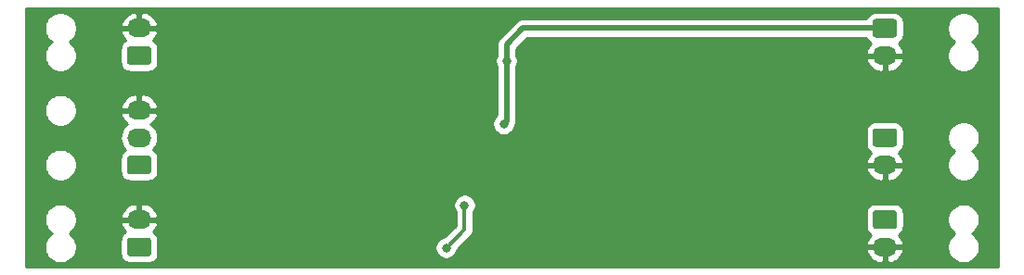
<source format=gbl>
G04 #@! TF.GenerationSoftware,KiCad,Pcbnew,(5.1.10)-1*
G04 #@! TF.CreationDate,2021-10-18T13:49:48+01:00*
G04 #@! TF.ProjectId,Battery,42617474-6572-4792-9e6b-696361645f70,1*
G04 #@! TF.SameCoordinates,Original*
G04 #@! TF.FileFunction,Copper,L2,Bot*
G04 #@! TF.FilePolarity,Positive*
%FSLAX46Y46*%
G04 Gerber Fmt 4.6, Leading zero omitted, Abs format (unit mm)*
G04 Created by KiCad (PCBNEW (5.1.10)-1) date 2021-10-18 13:49:48*
%MOMM*%
%LPD*%
G01*
G04 APERTURE LIST*
G04 #@! TA.AperFunction,ComponentPad*
%ADD10O,2.200000X1.700000*%
G04 #@! TD*
G04 #@! TA.AperFunction,ViaPad*
%ADD11C,0.800000*%
G04 #@! TD*
G04 #@! TA.AperFunction,Conductor*
%ADD12C,0.500000*%
G04 #@! TD*
G04 #@! TA.AperFunction,Conductor*
%ADD13C,0.350000*%
G04 #@! TD*
G04 #@! TA.AperFunction,Conductor*
%ADD14C,0.254000*%
G04 #@! TD*
G04 #@! TA.AperFunction,Conductor*
%ADD15C,0.100000*%
G04 #@! TD*
G04 APERTURE END LIST*
G04 #@! TA.AperFunction,ComponentPad*
G36*
G01*
X117100000Y-118400000D02*
X117100000Y-119600000D01*
G75*
G02*
X116850000Y-119850000I-250000J0D01*
G01*
X115150000Y-119850000D01*
G75*
G02*
X114900000Y-119600000I0J250000D01*
G01*
X114900000Y-118400000D01*
G75*
G02*
X115150000Y-118150000I250000J0D01*
G01*
X116850000Y-118150000D01*
G75*
G02*
X117100000Y-118400000I0J-250000D01*
G01*
G37*
G04 #@! TD.AperFunction*
D10*
X116000000Y-116500000D03*
X184000000Y-111500000D03*
G04 #@! TA.AperFunction,ComponentPad*
G36*
G01*
X182900000Y-109600000D02*
X182900000Y-108400000D01*
G75*
G02*
X183150000Y-108150000I250000J0D01*
G01*
X184850000Y-108150000D01*
G75*
G02*
X185100000Y-108400000I0J-250000D01*
G01*
X185100000Y-109600000D01*
G75*
G02*
X184850000Y-109850000I-250000J0D01*
G01*
X183150000Y-109850000D01*
G75*
G02*
X182900000Y-109600000I0J250000D01*
G01*
G37*
G04 #@! TD.AperFunction*
X184000000Y-119000000D03*
G04 #@! TA.AperFunction,ComponentPad*
G36*
G01*
X182900000Y-117100000D02*
X182900000Y-115900000D01*
G75*
G02*
X183150000Y-115650000I250000J0D01*
G01*
X184850000Y-115650000D01*
G75*
G02*
X185100000Y-115900000I0J-250000D01*
G01*
X185100000Y-117100000D01*
G75*
G02*
X184850000Y-117350000I-250000J0D01*
G01*
X183150000Y-117350000D01*
G75*
G02*
X182900000Y-117100000I0J250000D01*
G01*
G37*
G04 #@! TD.AperFunction*
G04 #@! TA.AperFunction,ComponentPad*
G36*
G01*
X117100000Y-100900000D02*
X117100000Y-102100000D01*
G75*
G02*
X116850000Y-102350000I-250000J0D01*
G01*
X115150000Y-102350000D01*
G75*
G02*
X114900000Y-102100000I0J250000D01*
G01*
X114900000Y-100900000D01*
G75*
G02*
X115150000Y-100650000I250000J0D01*
G01*
X116850000Y-100650000D01*
G75*
G02*
X117100000Y-100900000I0J-250000D01*
G01*
G37*
G04 #@! TD.AperFunction*
X116000000Y-99000000D03*
X184000000Y-101500000D03*
G04 #@! TA.AperFunction,ComponentPad*
G36*
G01*
X182900000Y-99600000D02*
X182900000Y-98400000D01*
G75*
G02*
X183150000Y-98150000I250000J0D01*
G01*
X184850000Y-98150000D01*
G75*
G02*
X185100000Y-98400000I0J-250000D01*
G01*
X185100000Y-99600000D01*
G75*
G02*
X184850000Y-99850000I-250000J0D01*
G01*
X183150000Y-99850000D01*
G75*
G02*
X182900000Y-99600000I0J250000D01*
G01*
G37*
G04 #@! TD.AperFunction*
G04 #@! TA.AperFunction,ComponentPad*
G36*
G01*
X117100000Y-110900000D02*
X117100000Y-112100000D01*
G75*
G02*
X116850000Y-112350000I-250000J0D01*
G01*
X115150000Y-112350000D01*
G75*
G02*
X114900000Y-112100000I0J250000D01*
G01*
X114900000Y-110900000D01*
G75*
G02*
X115150000Y-110650000I250000J0D01*
G01*
X116850000Y-110650000D01*
G75*
G02*
X117100000Y-110900000I0J-250000D01*
G01*
G37*
G04 #@! TD.AperFunction*
X116000000Y-109000000D03*
X116000000Y-106500000D03*
D11*
X130500000Y-109500000D03*
X131500000Y-109500000D03*
X131500000Y-105500000D03*
X130500000Y-105500000D03*
X169000000Y-110750000D03*
X169000000Y-109750000D03*
X169000000Y-108750000D03*
X169000000Y-107750000D03*
X169000000Y-106750000D03*
X169000000Y-119500000D03*
X169000000Y-118500000D03*
X169000000Y-117500000D03*
X169000000Y-116500000D03*
X169000000Y-115500000D03*
X168000000Y-119500000D03*
X168000000Y-118500000D03*
X168000000Y-117500000D03*
X168000000Y-116500000D03*
X168000000Y-115500000D03*
X168000000Y-106750000D03*
X168000000Y-107750000D03*
X168000000Y-108750000D03*
X168000000Y-110750000D03*
X159000000Y-114500000D03*
X173500000Y-119500000D03*
X124000000Y-109500000D03*
X158000000Y-114500000D03*
X160000000Y-114500000D03*
X168000000Y-109750000D03*
X133500000Y-110500000D03*
X172000000Y-101000000D03*
X157500000Y-101000000D03*
X143549990Y-117075000D03*
X130500000Y-103500000D03*
X131500000Y-103500000D03*
X146000000Y-119000000D03*
X161750000Y-118000000D03*
X135750000Y-118124990D03*
X140731250Y-118124990D03*
X138231250Y-118124990D03*
X149250000Y-107750000D03*
X149500000Y-102000000D03*
X145675010Y-115173774D03*
X144000000Y-119074990D03*
D12*
X149500000Y-100500000D02*
X151000000Y-99000000D01*
X151000000Y-99000000D02*
X178500000Y-99000000D01*
X149500000Y-107500000D02*
X149500000Y-100500000D01*
X149250000Y-107750000D02*
X149500000Y-107500000D01*
X178500000Y-99000000D02*
X184000000Y-99000000D01*
D13*
X145675010Y-117399980D02*
X144000000Y-119074990D01*
X145675010Y-115173774D02*
X145675010Y-117399980D01*
D14*
X194340001Y-120840000D02*
X105660000Y-120840000D01*
X105660000Y-116353740D01*
X107335000Y-116353740D01*
X107335000Y-116646260D01*
X107392068Y-116933158D01*
X107504010Y-117203411D01*
X107666525Y-117446632D01*
X107873368Y-117653475D01*
X108017828Y-117750000D01*
X107873368Y-117846525D01*
X107666525Y-118053368D01*
X107504010Y-118296589D01*
X107392068Y-118566842D01*
X107335000Y-118853740D01*
X107335000Y-119146260D01*
X107392068Y-119433158D01*
X107504010Y-119703411D01*
X107666525Y-119946632D01*
X107873368Y-120153475D01*
X108116589Y-120315990D01*
X108386842Y-120427932D01*
X108673740Y-120485000D01*
X108966260Y-120485000D01*
X109253158Y-120427932D01*
X109523411Y-120315990D01*
X109766632Y-120153475D01*
X109973475Y-119946632D01*
X110135990Y-119703411D01*
X110247932Y-119433158D01*
X110305000Y-119146260D01*
X110305000Y-118853740D01*
X110247932Y-118566842D01*
X110178825Y-118400000D01*
X114261928Y-118400000D01*
X114261928Y-119600000D01*
X114278992Y-119773254D01*
X114329528Y-119939850D01*
X114411595Y-120093386D01*
X114522038Y-120227962D01*
X114656614Y-120338405D01*
X114810150Y-120420472D01*
X114976746Y-120471008D01*
X115150000Y-120488072D01*
X116850000Y-120488072D01*
X117023254Y-120471008D01*
X117189850Y-120420472D01*
X117343386Y-120338405D01*
X117477962Y-120227962D01*
X117588405Y-120093386D01*
X117670472Y-119939850D01*
X117721008Y-119773254D01*
X117738072Y-119600000D01*
X117738072Y-118973051D01*
X142965000Y-118973051D01*
X142965000Y-119176929D01*
X143004774Y-119376888D01*
X143082795Y-119565246D01*
X143196063Y-119734764D01*
X143340226Y-119878927D01*
X143509744Y-119992195D01*
X143698102Y-120070216D01*
X143898061Y-120109990D01*
X144101939Y-120109990D01*
X144301898Y-120070216D01*
X144490256Y-119992195D01*
X144659774Y-119878927D01*
X144803937Y-119734764D01*
X144917205Y-119565246D01*
X144995226Y-119376888D01*
X144999203Y-119356890D01*
X182308524Y-119356890D01*
X182329643Y-119467493D01*
X182448138Y-119735608D01*
X182616663Y-119975454D01*
X182828741Y-120177814D01*
X183076223Y-120334911D01*
X183349598Y-120440708D01*
X183638360Y-120491140D01*
X183873000Y-120331496D01*
X183873000Y-119127000D01*
X184127000Y-119127000D01*
X184127000Y-120331496D01*
X184361640Y-120491140D01*
X184650402Y-120440708D01*
X184923777Y-120334911D01*
X185171259Y-120177814D01*
X185383337Y-119975454D01*
X185551862Y-119735608D01*
X185670357Y-119467493D01*
X185691476Y-119356890D01*
X185570155Y-119127000D01*
X184127000Y-119127000D01*
X183873000Y-119127000D01*
X182429845Y-119127000D01*
X182308524Y-119356890D01*
X144999203Y-119356890D01*
X145032871Y-119187631D01*
X146219628Y-118000875D01*
X146250538Y-117975508D01*
X146299224Y-117916184D01*
X146351759Y-117852170D01*
X146394590Y-117772038D01*
X146426973Y-117711453D01*
X146473290Y-117558768D01*
X146485010Y-117439771D01*
X146485010Y-117439768D01*
X146488929Y-117399980D01*
X146485010Y-117360192D01*
X146485010Y-115900000D01*
X182261928Y-115900000D01*
X182261928Y-117100000D01*
X182278992Y-117273254D01*
X182329528Y-117439850D01*
X182411595Y-117593386D01*
X182522038Y-117727962D01*
X182656614Y-117838405D01*
X182756044Y-117891552D01*
X182616663Y-118024546D01*
X182448138Y-118264392D01*
X182329643Y-118532507D01*
X182308524Y-118643110D01*
X182429845Y-118873000D01*
X183873000Y-118873000D01*
X183873000Y-118853000D01*
X184127000Y-118853000D01*
X184127000Y-118873000D01*
X185570155Y-118873000D01*
X185691476Y-118643110D01*
X185670357Y-118532507D01*
X185551862Y-118264392D01*
X185383337Y-118024546D01*
X185243956Y-117891552D01*
X185343386Y-117838405D01*
X185477962Y-117727962D01*
X185588405Y-117593386D01*
X185670472Y-117439850D01*
X185721008Y-117273254D01*
X185738072Y-117100000D01*
X185738072Y-116353740D01*
X189695000Y-116353740D01*
X189695000Y-116646260D01*
X189752068Y-116933158D01*
X189864010Y-117203411D01*
X190026525Y-117446632D01*
X190233368Y-117653475D01*
X190377828Y-117750000D01*
X190233368Y-117846525D01*
X190026525Y-118053368D01*
X189864010Y-118296589D01*
X189752068Y-118566842D01*
X189695000Y-118853740D01*
X189695000Y-119146260D01*
X189752068Y-119433158D01*
X189864010Y-119703411D01*
X190026525Y-119946632D01*
X190233368Y-120153475D01*
X190476589Y-120315990D01*
X190746842Y-120427932D01*
X191033740Y-120485000D01*
X191326260Y-120485000D01*
X191613158Y-120427932D01*
X191883411Y-120315990D01*
X192126632Y-120153475D01*
X192333475Y-119946632D01*
X192495990Y-119703411D01*
X192607932Y-119433158D01*
X192665000Y-119146260D01*
X192665000Y-118853740D01*
X192607932Y-118566842D01*
X192495990Y-118296589D01*
X192333475Y-118053368D01*
X192126632Y-117846525D01*
X191982172Y-117750000D01*
X192126632Y-117653475D01*
X192333475Y-117446632D01*
X192495990Y-117203411D01*
X192607932Y-116933158D01*
X192665000Y-116646260D01*
X192665000Y-116353740D01*
X192607932Y-116066842D01*
X192495990Y-115796589D01*
X192333475Y-115553368D01*
X192126632Y-115346525D01*
X191883411Y-115184010D01*
X191613158Y-115072068D01*
X191326260Y-115015000D01*
X191033740Y-115015000D01*
X190746842Y-115072068D01*
X190476589Y-115184010D01*
X190233368Y-115346525D01*
X190026525Y-115553368D01*
X189864010Y-115796589D01*
X189752068Y-116066842D01*
X189695000Y-116353740D01*
X185738072Y-116353740D01*
X185738072Y-115900000D01*
X185721008Y-115726746D01*
X185670472Y-115560150D01*
X185588405Y-115406614D01*
X185477962Y-115272038D01*
X185343386Y-115161595D01*
X185189850Y-115079528D01*
X185023254Y-115028992D01*
X184850000Y-115011928D01*
X183150000Y-115011928D01*
X182976746Y-115028992D01*
X182810150Y-115079528D01*
X182656614Y-115161595D01*
X182522038Y-115272038D01*
X182411595Y-115406614D01*
X182329528Y-115560150D01*
X182278992Y-115726746D01*
X182261928Y-115900000D01*
X146485010Y-115900000D01*
X146485010Y-115824474D01*
X146592215Y-115664030D01*
X146670236Y-115475672D01*
X146710010Y-115275713D01*
X146710010Y-115071835D01*
X146670236Y-114871876D01*
X146592215Y-114683518D01*
X146478947Y-114514000D01*
X146334784Y-114369837D01*
X146165266Y-114256569D01*
X145976908Y-114178548D01*
X145776949Y-114138774D01*
X145573071Y-114138774D01*
X145373112Y-114178548D01*
X145184754Y-114256569D01*
X145015236Y-114369837D01*
X144871073Y-114514000D01*
X144757805Y-114683518D01*
X144679784Y-114871876D01*
X144640010Y-115071835D01*
X144640010Y-115275713D01*
X144679784Y-115475672D01*
X144757805Y-115664030D01*
X144865010Y-115824475D01*
X144865011Y-117064466D01*
X143887359Y-118042119D01*
X143698102Y-118079764D01*
X143509744Y-118157785D01*
X143340226Y-118271053D01*
X143196063Y-118415216D01*
X143082795Y-118584734D01*
X143004774Y-118773092D01*
X142965000Y-118973051D01*
X117738072Y-118973051D01*
X117738072Y-118400000D01*
X117721008Y-118226746D01*
X117670472Y-118060150D01*
X117588405Y-117906614D01*
X117477962Y-117772038D01*
X117343386Y-117661595D01*
X117243956Y-117608448D01*
X117383337Y-117475454D01*
X117551862Y-117235608D01*
X117670357Y-116967493D01*
X117691476Y-116856890D01*
X117570155Y-116627000D01*
X116127000Y-116627000D01*
X116127000Y-116647000D01*
X115873000Y-116647000D01*
X115873000Y-116627000D01*
X114429845Y-116627000D01*
X114308524Y-116856890D01*
X114329643Y-116967493D01*
X114448138Y-117235608D01*
X114616663Y-117475454D01*
X114756044Y-117608448D01*
X114656614Y-117661595D01*
X114522038Y-117772038D01*
X114411595Y-117906614D01*
X114329528Y-118060150D01*
X114278992Y-118226746D01*
X114261928Y-118400000D01*
X110178825Y-118400000D01*
X110135990Y-118296589D01*
X109973475Y-118053368D01*
X109766632Y-117846525D01*
X109622172Y-117750000D01*
X109766632Y-117653475D01*
X109973475Y-117446632D01*
X110135990Y-117203411D01*
X110247932Y-116933158D01*
X110305000Y-116646260D01*
X110305000Y-116353740D01*
X110263103Y-116143110D01*
X114308524Y-116143110D01*
X114429845Y-116373000D01*
X115873000Y-116373000D01*
X115873000Y-115168504D01*
X116127000Y-115168504D01*
X116127000Y-116373000D01*
X117570155Y-116373000D01*
X117691476Y-116143110D01*
X117670357Y-116032507D01*
X117551862Y-115764392D01*
X117383337Y-115524546D01*
X117171259Y-115322186D01*
X116923777Y-115165089D01*
X116650402Y-115059292D01*
X116361640Y-115008860D01*
X116127000Y-115168504D01*
X115873000Y-115168504D01*
X115638360Y-115008860D01*
X115349598Y-115059292D01*
X115076223Y-115165089D01*
X114828741Y-115322186D01*
X114616663Y-115524546D01*
X114448138Y-115764392D01*
X114329643Y-116032507D01*
X114308524Y-116143110D01*
X110263103Y-116143110D01*
X110247932Y-116066842D01*
X110135990Y-115796589D01*
X109973475Y-115553368D01*
X109766632Y-115346525D01*
X109523411Y-115184010D01*
X109253158Y-115072068D01*
X108966260Y-115015000D01*
X108673740Y-115015000D01*
X108386842Y-115072068D01*
X108116589Y-115184010D01*
X107873368Y-115346525D01*
X107666525Y-115553368D01*
X107504010Y-115796589D01*
X107392068Y-116066842D01*
X107335000Y-116353740D01*
X105660000Y-116353740D01*
X105660000Y-111353740D01*
X107335000Y-111353740D01*
X107335000Y-111646260D01*
X107392068Y-111933158D01*
X107504010Y-112203411D01*
X107666525Y-112446632D01*
X107873368Y-112653475D01*
X108116589Y-112815990D01*
X108386842Y-112927932D01*
X108673740Y-112985000D01*
X108966260Y-112985000D01*
X109253158Y-112927932D01*
X109523411Y-112815990D01*
X109766632Y-112653475D01*
X109973475Y-112446632D01*
X110135990Y-112203411D01*
X110247932Y-111933158D01*
X110305000Y-111646260D01*
X110305000Y-111353740D01*
X110247932Y-111066842D01*
X110135990Y-110796589D01*
X109973475Y-110553368D01*
X109766632Y-110346525D01*
X109523411Y-110184010D01*
X109253158Y-110072068D01*
X108966260Y-110015000D01*
X108673740Y-110015000D01*
X108386842Y-110072068D01*
X108116589Y-110184010D01*
X107873368Y-110346525D01*
X107666525Y-110553368D01*
X107504010Y-110796589D01*
X107392068Y-111066842D01*
X107335000Y-111353740D01*
X105660000Y-111353740D01*
X105660000Y-109000000D01*
X114257815Y-109000000D01*
X114286487Y-109291111D01*
X114371401Y-109571034D01*
X114509294Y-109829014D01*
X114694866Y-110055134D01*
X114758337Y-110107223D01*
X114656614Y-110161595D01*
X114522038Y-110272038D01*
X114411595Y-110406614D01*
X114329528Y-110560150D01*
X114278992Y-110726746D01*
X114261928Y-110900000D01*
X114261928Y-112100000D01*
X114278992Y-112273254D01*
X114329528Y-112439850D01*
X114411595Y-112593386D01*
X114522038Y-112727962D01*
X114656614Y-112838405D01*
X114810150Y-112920472D01*
X114976746Y-112971008D01*
X115150000Y-112988072D01*
X116850000Y-112988072D01*
X117023254Y-112971008D01*
X117189850Y-112920472D01*
X117343386Y-112838405D01*
X117477962Y-112727962D01*
X117588405Y-112593386D01*
X117670472Y-112439850D01*
X117721008Y-112273254D01*
X117738072Y-112100000D01*
X117738072Y-111856890D01*
X182308524Y-111856890D01*
X182329643Y-111967493D01*
X182448138Y-112235608D01*
X182616663Y-112475454D01*
X182828741Y-112677814D01*
X183076223Y-112834911D01*
X183349598Y-112940708D01*
X183638360Y-112991140D01*
X183873000Y-112831496D01*
X183873000Y-111627000D01*
X184127000Y-111627000D01*
X184127000Y-112831496D01*
X184361640Y-112991140D01*
X184650402Y-112940708D01*
X184923777Y-112834911D01*
X185171259Y-112677814D01*
X185383337Y-112475454D01*
X185551862Y-112235608D01*
X185670357Y-111967493D01*
X185691476Y-111856890D01*
X185570155Y-111627000D01*
X184127000Y-111627000D01*
X183873000Y-111627000D01*
X182429845Y-111627000D01*
X182308524Y-111856890D01*
X117738072Y-111856890D01*
X117738072Y-110900000D01*
X117721008Y-110726746D01*
X117670472Y-110560150D01*
X117588405Y-110406614D01*
X117477962Y-110272038D01*
X117343386Y-110161595D01*
X117241663Y-110107223D01*
X117305134Y-110055134D01*
X117490706Y-109829014D01*
X117628599Y-109571034D01*
X117713513Y-109291111D01*
X117742185Y-109000000D01*
X117713513Y-108708889D01*
X117628599Y-108428966D01*
X117490706Y-108170986D01*
X117305134Y-107944866D01*
X117079014Y-107759294D01*
X117059408Y-107748815D01*
X117171259Y-107677814D01*
X117202440Y-107648061D01*
X148215000Y-107648061D01*
X148215000Y-107851939D01*
X148254774Y-108051898D01*
X148332795Y-108240256D01*
X148446063Y-108409774D01*
X148590226Y-108553937D01*
X148759744Y-108667205D01*
X148948102Y-108745226D01*
X149148061Y-108785000D01*
X149351939Y-108785000D01*
X149551898Y-108745226D01*
X149740256Y-108667205D01*
X149909774Y-108553937D01*
X150053937Y-108409774D01*
X150060467Y-108400000D01*
X182261928Y-108400000D01*
X182261928Y-109600000D01*
X182278992Y-109773254D01*
X182329528Y-109939850D01*
X182411595Y-110093386D01*
X182522038Y-110227962D01*
X182656614Y-110338405D01*
X182756044Y-110391552D01*
X182616663Y-110524546D01*
X182448138Y-110764392D01*
X182329643Y-111032507D01*
X182308524Y-111143110D01*
X182429845Y-111373000D01*
X183873000Y-111373000D01*
X183873000Y-111353000D01*
X184127000Y-111353000D01*
X184127000Y-111373000D01*
X185570155Y-111373000D01*
X185691476Y-111143110D01*
X185670357Y-111032507D01*
X185551862Y-110764392D01*
X185383337Y-110524546D01*
X185243956Y-110391552D01*
X185343386Y-110338405D01*
X185477962Y-110227962D01*
X185588405Y-110093386D01*
X185670472Y-109939850D01*
X185721008Y-109773254D01*
X185738072Y-109600000D01*
X185738072Y-108853740D01*
X189695000Y-108853740D01*
X189695000Y-109146260D01*
X189752068Y-109433158D01*
X189864010Y-109703411D01*
X190026525Y-109946632D01*
X190233368Y-110153475D01*
X190377828Y-110250000D01*
X190233368Y-110346525D01*
X190026525Y-110553368D01*
X189864010Y-110796589D01*
X189752068Y-111066842D01*
X189695000Y-111353740D01*
X189695000Y-111646260D01*
X189752068Y-111933158D01*
X189864010Y-112203411D01*
X190026525Y-112446632D01*
X190233368Y-112653475D01*
X190476589Y-112815990D01*
X190746842Y-112927932D01*
X191033740Y-112985000D01*
X191326260Y-112985000D01*
X191613158Y-112927932D01*
X191883411Y-112815990D01*
X192126632Y-112653475D01*
X192333475Y-112446632D01*
X192495990Y-112203411D01*
X192607932Y-111933158D01*
X192665000Y-111646260D01*
X192665000Y-111353740D01*
X192607932Y-111066842D01*
X192495990Y-110796589D01*
X192333475Y-110553368D01*
X192126632Y-110346525D01*
X191982172Y-110250000D01*
X192126632Y-110153475D01*
X192333475Y-109946632D01*
X192495990Y-109703411D01*
X192607932Y-109433158D01*
X192665000Y-109146260D01*
X192665000Y-108853740D01*
X192607932Y-108566842D01*
X192495990Y-108296589D01*
X192333475Y-108053368D01*
X192126632Y-107846525D01*
X191883411Y-107684010D01*
X191613158Y-107572068D01*
X191326260Y-107515000D01*
X191033740Y-107515000D01*
X190746842Y-107572068D01*
X190476589Y-107684010D01*
X190233368Y-107846525D01*
X190026525Y-108053368D01*
X189864010Y-108296589D01*
X189752068Y-108566842D01*
X189695000Y-108853740D01*
X185738072Y-108853740D01*
X185738072Y-108400000D01*
X185721008Y-108226746D01*
X185670472Y-108060150D01*
X185588405Y-107906614D01*
X185477962Y-107772038D01*
X185343386Y-107661595D01*
X185189850Y-107579528D01*
X185023254Y-107528992D01*
X184850000Y-107511928D01*
X183150000Y-107511928D01*
X182976746Y-107528992D01*
X182810150Y-107579528D01*
X182656614Y-107661595D01*
X182522038Y-107772038D01*
X182411595Y-107906614D01*
X182329528Y-108060150D01*
X182278992Y-108226746D01*
X182261928Y-108400000D01*
X150060467Y-108400000D01*
X150167205Y-108240256D01*
X150245226Y-108051898D01*
X150266996Y-107942450D01*
X150321589Y-107840313D01*
X150372195Y-107673490D01*
X150385000Y-107543477D01*
X150385000Y-107543467D01*
X150389281Y-107500001D01*
X150385000Y-107456535D01*
X150385000Y-102538454D01*
X150417205Y-102490256D01*
X150495226Y-102301898D01*
X150535000Y-102101939D01*
X150535000Y-101898061D01*
X150526811Y-101856890D01*
X182308524Y-101856890D01*
X182329643Y-101967493D01*
X182448138Y-102235608D01*
X182616663Y-102475454D01*
X182828741Y-102677814D01*
X183076223Y-102834911D01*
X183349598Y-102940708D01*
X183638360Y-102991140D01*
X183873000Y-102831496D01*
X183873000Y-101627000D01*
X184127000Y-101627000D01*
X184127000Y-102831496D01*
X184361640Y-102991140D01*
X184650402Y-102940708D01*
X184923777Y-102834911D01*
X185171259Y-102677814D01*
X185383337Y-102475454D01*
X185551862Y-102235608D01*
X185670357Y-101967493D01*
X185691476Y-101856890D01*
X185570155Y-101627000D01*
X184127000Y-101627000D01*
X183873000Y-101627000D01*
X182429845Y-101627000D01*
X182308524Y-101856890D01*
X150526811Y-101856890D01*
X150495226Y-101698102D01*
X150417205Y-101509744D01*
X150385000Y-101461546D01*
X150385000Y-100866578D01*
X151366579Y-99885000D01*
X182312890Y-99885000D01*
X182329528Y-99939850D01*
X182411595Y-100093386D01*
X182522038Y-100227962D01*
X182656614Y-100338405D01*
X182756044Y-100391552D01*
X182616663Y-100524546D01*
X182448138Y-100764392D01*
X182329643Y-101032507D01*
X182308524Y-101143110D01*
X182429845Y-101373000D01*
X183873000Y-101373000D01*
X183873000Y-101353000D01*
X184127000Y-101353000D01*
X184127000Y-101373000D01*
X185570155Y-101373000D01*
X185691476Y-101143110D01*
X185670357Y-101032507D01*
X185551862Y-100764392D01*
X185383337Y-100524546D01*
X185243956Y-100391552D01*
X185343386Y-100338405D01*
X185477962Y-100227962D01*
X185588405Y-100093386D01*
X185670472Y-99939850D01*
X185721008Y-99773254D01*
X185738072Y-99600000D01*
X185738072Y-98853740D01*
X189695000Y-98853740D01*
X189695000Y-99146260D01*
X189752068Y-99433158D01*
X189864010Y-99703411D01*
X190026525Y-99946632D01*
X190233368Y-100153475D01*
X190377828Y-100250000D01*
X190233368Y-100346525D01*
X190026525Y-100553368D01*
X189864010Y-100796589D01*
X189752068Y-101066842D01*
X189695000Y-101353740D01*
X189695000Y-101646260D01*
X189752068Y-101933158D01*
X189864010Y-102203411D01*
X190026525Y-102446632D01*
X190233368Y-102653475D01*
X190476589Y-102815990D01*
X190746842Y-102927932D01*
X191033740Y-102985000D01*
X191326260Y-102985000D01*
X191613158Y-102927932D01*
X191883411Y-102815990D01*
X192126632Y-102653475D01*
X192333475Y-102446632D01*
X192495990Y-102203411D01*
X192607932Y-101933158D01*
X192665000Y-101646260D01*
X192665000Y-101353740D01*
X192607932Y-101066842D01*
X192495990Y-100796589D01*
X192333475Y-100553368D01*
X192126632Y-100346525D01*
X191982172Y-100250000D01*
X192126632Y-100153475D01*
X192333475Y-99946632D01*
X192495990Y-99703411D01*
X192607932Y-99433158D01*
X192665000Y-99146260D01*
X192665000Y-98853740D01*
X192607932Y-98566842D01*
X192495990Y-98296589D01*
X192333475Y-98053368D01*
X192126632Y-97846525D01*
X191883411Y-97684010D01*
X191613158Y-97572068D01*
X191326260Y-97515000D01*
X191033740Y-97515000D01*
X190746842Y-97572068D01*
X190476589Y-97684010D01*
X190233368Y-97846525D01*
X190026525Y-98053368D01*
X189864010Y-98296589D01*
X189752068Y-98566842D01*
X189695000Y-98853740D01*
X185738072Y-98853740D01*
X185738072Y-98400000D01*
X185721008Y-98226746D01*
X185670472Y-98060150D01*
X185588405Y-97906614D01*
X185477962Y-97772038D01*
X185343386Y-97661595D01*
X185189850Y-97579528D01*
X185023254Y-97528992D01*
X184850000Y-97511928D01*
X183150000Y-97511928D01*
X182976746Y-97528992D01*
X182810150Y-97579528D01*
X182656614Y-97661595D01*
X182522038Y-97772038D01*
X182411595Y-97906614D01*
X182329528Y-98060150D01*
X182312890Y-98115000D01*
X151043465Y-98115000D01*
X150999999Y-98110719D01*
X150956533Y-98115000D01*
X150956523Y-98115000D01*
X150826510Y-98127805D01*
X150659687Y-98178411D01*
X150505941Y-98260589D01*
X150505939Y-98260590D01*
X150505940Y-98260590D01*
X150404953Y-98343468D01*
X150404951Y-98343470D01*
X150371183Y-98371183D01*
X150343470Y-98404951D01*
X148904951Y-99843471D01*
X148871184Y-99871183D01*
X148843471Y-99904951D01*
X148843468Y-99904954D01*
X148760590Y-100005941D01*
X148678412Y-100159687D01*
X148627805Y-100326510D01*
X148610719Y-100500000D01*
X148615001Y-100543479D01*
X148615001Y-101461544D01*
X148582795Y-101509744D01*
X148504774Y-101698102D01*
X148465000Y-101898061D01*
X148465000Y-102101939D01*
X148504774Y-102301898D01*
X148582795Y-102490256D01*
X148615001Y-102538455D01*
X148615000Y-106929510D01*
X148590226Y-106946063D01*
X148446063Y-107090226D01*
X148332795Y-107259744D01*
X148254774Y-107448102D01*
X148215000Y-107648061D01*
X117202440Y-107648061D01*
X117383337Y-107475454D01*
X117551862Y-107235608D01*
X117670357Y-106967493D01*
X117691476Y-106856890D01*
X117570155Y-106627000D01*
X116127000Y-106627000D01*
X116127000Y-106647000D01*
X115873000Y-106647000D01*
X115873000Y-106627000D01*
X114429845Y-106627000D01*
X114308524Y-106856890D01*
X114329643Y-106967493D01*
X114448138Y-107235608D01*
X114616663Y-107475454D01*
X114828741Y-107677814D01*
X114940592Y-107748815D01*
X114920986Y-107759294D01*
X114694866Y-107944866D01*
X114509294Y-108170986D01*
X114371401Y-108428966D01*
X114286487Y-108708889D01*
X114257815Y-109000000D01*
X105660000Y-109000000D01*
X105660000Y-106353740D01*
X107335000Y-106353740D01*
X107335000Y-106646260D01*
X107392068Y-106933158D01*
X107504010Y-107203411D01*
X107666525Y-107446632D01*
X107873368Y-107653475D01*
X108116589Y-107815990D01*
X108386842Y-107927932D01*
X108673740Y-107985000D01*
X108966260Y-107985000D01*
X109253158Y-107927932D01*
X109523411Y-107815990D01*
X109766632Y-107653475D01*
X109973475Y-107446632D01*
X110135990Y-107203411D01*
X110247932Y-106933158D01*
X110305000Y-106646260D01*
X110305000Y-106353740D01*
X110263103Y-106143110D01*
X114308524Y-106143110D01*
X114429845Y-106373000D01*
X115873000Y-106373000D01*
X115873000Y-105168504D01*
X116127000Y-105168504D01*
X116127000Y-106373000D01*
X117570155Y-106373000D01*
X117691476Y-106143110D01*
X117670357Y-106032507D01*
X117551862Y-105764392D01*
X117383337Y-105524546D01*
X117171259Y-105322186D01*
X116923777Y-105165089D01*
X116650402Y-105059292D01*
X116361640Y-105008860D01*
X116127000Y-105168504D01*
X115873000Y-105168504D01*
X115638360Y-105008860D01*
X115349598Y-105059292D01*
X115076223Y-105165089D01*
X114828741Y-105322186D01*
X114616663Y-105524546D01*
X114448138Y-105764392D01*
X114329643Y-106032507D01*
X114308524Y-106143110D01*
X110263103Y-106143110D01*
X110247932Y-106066842D01*
X110135990Y-105796589D01*
X109973475Y-105553368D01*
X109766632Y-105346525D01*
X109523411Y-105184010D01*
X109253158Y-105072068D01*
X108966260Y-105015000D01*
X108673740Y-105015000D01*
X108386842Y-105072068D01*
X108116589Y-105184010D01*
X107873368Y-105346525D01*
X107666525Y-105553368D01*
X107504010Y-105796589D01*
X107392068Y-106066842D01*
X107335000Y-106353740D01*
X105660000Y-106353740D01*
X105660000Y-98853740D01*
X107335000Y-98853740D01*
X107335000Y-99146260D01*
X107392068Y-99433158D01*
X107504010Y-99703411D01*
X107666525Y-99946632D01*
X107873368Y-100153475D01*
X108017828Y-100250000D01*
X107873368Y-100346525D01*
X107666525Y-100553368D01*
X107504010Y-100796589D01*
X107392068Y-101066842D01*
X107335000Y-101353740D01*
X107335000Y-101646260D01*
X107392068Y-101933158D01*
X107504010Y-102203411D01*
X107666525Y-102446632D01*
X107873368Y-102653475D01*
X108116589Y-102815990D01*
X108386842Y-102927932D01*
X108673740Y-102985000D01*
X108966260Y-102985000D01*
X109253158Y-102927932D01*
X109523411Y-102815990D01*
X109766632Y-102653475D01*
X109973475Y-102446632D01*
X110135990Y-102203411D01*
X110247932Y-101933158D01*
X110305000Y-101646260D01*
X110305000Y-101353740D01*
X110247932Y-101066842D01*
X110178825Y-100900000D01*
X114261928Y-100900000D01*
X114261928Y-102100000D01*
X114278992Y-102273254D01*
X114329528Y-102439850D01*
X114411595Y-102593386D01*
X114522038Y-102727962D01*
X114656614Y-102838405D01*
X114810150Y-102920472D01*
X114976746Y-102971008D01*
X115150000Y-102988072D01*
X116850000Y-102988072D01*
X117023254Y-102971008D01*
X117189850Y-102920472D01*
X117343386Y-102838405D01*
X117477962Y-102727962D01*
X117588405Y-102593386D01*
X117670472Y-102439850D01*
X117721008Y-102273254D01*
X117738072Y-102100000D01*
X117738072Y-100900000D01*
X117721008Y-100726746D01*
X117670472Y-100560150D01*
X117588405Y-100406614D01*
X117477962Y-100272038D01*
X117343386Y-100161595D01*
X117243956Y-100108448D01*
X117383337Y-99975454D01*
X117551862Y-99735608D01*
X117670357Y-99467493D01*
X117691476Y-99356890D01*
X117570155Y-99127000D01*
X116127000Y-99127000D01*
X116127000Y-99147000D01*
X115873000Y-99147000D01*
X115873000Y-99127000D01*
X114429845Y-99127000D01*
X114308524Y-99356890D01*
X114329643Y-99467493D01*
X114448138Y-99735608D01*
X114616663Y-99975454D01*
X114756044Y-100108448D01*
X114656614Y-100161595D01*
X114522038Y-100272038D01*
X114411595Y-100406614D01*
X114329528Y-100560150D01*
X114278992Y-100726746D01*
X114261928Y-100900000D01*
X110178825Y-100900000D01*
X110135990Y-100796589D01*
X109973475Y-100553368D01*
X109766632Y-100346525D01*
X109622172Y-100250000D01*
X109766632Y-100153475D01*
X109973475Y-99946632D01*
X110135990Y-99703411D01*
X110247932Y-99433158D01*
X110305000Y-99146260D01*
X110305000Y-98853740D01*
X110263103Y-98643110D01*
X114308524Y-98643110D01*
X114429845Y-98873000D01*
X115873000Y-98873000D01*
X115873000Y-97668504D01*
X116127000Y-97668504D01*
X116127000Y-98873000D01*
X117570155Y-98873000D01*
X117691476Y-98643110D01*
X117670357Y-98532507D01*
X117551862Y-98264392D01*
X117383337Y-98024546D01*
X117171259Y-97822186D01*
X116923777Y-97665089D01*
X116650402Y-97559292D01*
X116361640Y-97508860D01*
X116127000Y-97668504D01*
X115873000Y-97668504D01*
X115638360Y-97508860D01*
X115349598Y-97559292D01*
X115076223Y-97665089D01*
X114828741Y-97822186D01*
X114616663Y-98024546D01*
X114448138Y-98264392D01*
X114329643Y-98532507D01*
X114308524Y-98643110D01*
X110263103Y-98643110D01*
X110247932Y-98566842D01*
X110135990Y-98296589D01*
X109973475Y-98053368D01*
X109766632Y-97846525D01*
X109523411Y-97684010D01*
X109253158Y-97572068D01*
X108966260Y-97515000D01*
X108673740Y-97515000D01*
X108386842Y-97572068D01*
X108116589Y-97684010D01*
X107873368Y-97846525D01*
X107666525Y-98053368D01*
X107504010Y-98296589D01*
X107392068Y-98566842D01*
X107335000Y-98853740D01*
X105660000Y-98853740D01*
X105660000Y-97160000D01*
X194340000Y-97160000D01*
X194340001Y-120840000D01*
G04 #@! TA.AperFunction,Conductor*
D15*
G36*
X194340001Y-120840000D02*
G01*
X105660000Y-120840000D01*
X105660000Y-116353740D01*
X107335000Y-116353740D01*
X107335000Y-116646260D01*
X107392068Y-116933158D01*
X107504010Y-117203411D01*
X107666525Y-117446632D01*
X107873368Y-117653475D01*
X108017828Y-117750000D01*
X107873368Y-117846525D01*
X107666525Y-118053368D01*
X107504010Y-118296589D01*
X107392068Y-118566842D01*
X107335000Y-118853740D01*
X107335000Y-119146260D01*
X107392068Y-119433158D01*
X107504010Y-119703411D01*
X107666525Y-119946632D01*
X107873368Y-120153475D01*
X108116589Y-120315990D01*
X108386842Y-120427932D01*
X108673740Y-120485000D01*
X108966260Y-120485000D01*
X109253158Y-120427932D01*
X109523411Y-120315990D01*
X109766632Y-120153475D01*
X109973475Y-119946632D01*
X110135990Y-119703411D01*
X110247932Y-119433158D01*
X110305000Y-119146260D01*
X110305000Y-118853740D01*
X110247932Y-118566842D01*
X110178825Y-118400000D01*
X114261928Y-118400000D01*
X114261928Y-119600000D01*
X114278992Y-119773254D01*
X114329528Y-119939850D01*
X114411595Y-120093386D01*
X114522038Y-120227962D01*
X114656614Y-120338405D01*
X114810150Y-120420472D01*
X114976746Y-120471008D01*
X115150000Y-120488072D01*
X116850000Y-120488072D01*
X117023254Y-120471008D01*
X117189850Y-120420472D01*
X117343386Y-120338405D01*
X117477962Y-120227962D01*
X117588405Y-120093386D01*
X117670472Y-119939850D01*
X117721008Y-119773254D01*
X117738072Y-119600000D01*
X117738072Y-118973051D01*
X142965000Y-118973051D01*
X142965000Y-119176929D01*
X143004774Y-119376888D01*
X143082795Y-119565246D01*
X143196063Y-119734764D01*
X143340226Y-119878927D01*
X143509744Y-119992195D01*
X143698102Y-120070216D01*
X143898061Y-120109990D01*
X144101939Y-120109990D01*
X144301898Y-120070216D01*
X144490256Y-119992195D01*
X144659774Y-119878927D01*
X144803937Y-119734764D01*
X144917205Y-119565246D01*
X144995226Y-119376888D01*
X144999203Y-119356890D01*
X182308524Y-119356890D01*
X182329643Y-119467493D01*
X182448138Y-119735608D01*
X182616663Y-119975454D01*
X182828741Y-120177814D01*
X183076223Y-120334911D01*
X183349598Y-120440708D01*
X183638360Y-120491140D01*
X183873000Y-120331496D01*
X183873000Y-119127000D01*
X184127000Y-119127000D01*
X184127000Y-120331496D01*
X184361640Y-120491140D01*
X184650402Y-120440708D01*
X184923777Y-120334911D01*
X185171259Y-120177814D01*
X185383337Y-119975454D01*
X185551862Y-119735608D01*
X185670357Y-119467493D01*
X185691476Y-119356890D01*
X185570155Y-119127000D01*
X184127000Y-119127000D01*
X183873000Y-119127000D01*
X182429845Y-119127000D01*
X182308524Y-119356890D01*
X144999203Y-119356890D01*
X145032871Y-119187631D01*
X146219628Y-118000875D01*
X146250538Y-117975508D01*
X146299224Y-117916184D01*
X146351759Y-117852170D01*
X146394590Y-117772038D01*
X146426973Y-117711453D01*
X146473290Y-117558768D01*
X146485010Y-117439771D01*
X146485010Y-117439768D01*
X146488929Y-117399980D01*
X146485010Y-117360192D01*
X146485010Y-115900000D01*
X182261928Y-115900000D01*
X182261928Y-117100000D01*
X182278992Y-117273254D01*
X182329528Y-117439850D01*
X182411595Y-117593386D01*
X182522038Y-117727962D01*
X182656614Y-117838405D01*
X182756044Y-117891552D01*
X182616663Y-118024546D01*
X182448138Y-118264392D01*
X182329643Y-118532507D01*
X182308524Y-118643110D01*
X182429845Y-118873000D01*
X183873000Y-118873000D01*
X183873000Y-118853000D01*
X184127000Y-118853000D01*
X184127000Y-118873000D01*
X185570155Y-118873000D01*
X185691476Y-118643110D01*
X185670357Y-118532507D01*
X185551862Y-118264392D01*
X185383337Y-118024546D01*
X185243956Y-117891552D01*
X185343386Y-117838405D01*
X185477962Y-117727962D01*
X185588405Y-117593386D01*
X185670472Y-117439850D01*
X185721008Y-117273254D01*
X185738072Y-117100000D01*
X185738072Y-116353740D01*
X189695000Y-116353740D01*
X189695000Y-116646260D01*
X189752068Y-116933158D01*
X189864010Y-117203411D01*
X190026525Y-117446632D01*
X190233368Y-117653475D01*
X190377828Y-117750000D01*
X190233368Y-117846525D01*
X190026525Y-118053368D01*
X189864010Y-118296589D01*
X189752068Y-118566842D01*
X189695000Y-118853740D01*
X189695000Y-119146260D01*
X189752068Y-119433158D01*
X189864010Y-119703411D01*
X190026525Y-119946632D01*
X190233368Y-120153475D01*
X190476589Y-120315990D01*
X190746842Y-120427932D01*
X191033740Y-120485000D01*
X191326260Y-120485000D01*
X191613158Y-120427932D01*
X191883411Y-120315990D01*
X192126632Y-120153475D01*
X192333475Y-119946632D01*
X192495990Y-119703411D01*
X192607932Y-119433158D01*
X192665000Y-119146260D01*
X192665000Y-118853740D01*
X192607932Y-118566842D01*
X192495990Y-118296589D01*
X192333475Y-118053368D01*
X192126632Y-117846525D01*
X191982172Y-117750000D01*
X192126632Y-117653475D01*
X192333475Y-117446632D01*
X192495990Y-117203411D01*
X192607932Y-116933158D01*
X192665000Y-116646260D01*
X192665000Y-116353740D01*
X192607932Y-116066842D01*
X192495990Y-115796589D01*
X192333475Y-115553368D01*
X192126632Y-115346525D01*
X191883411Y-115184010D01*
X191613158Y-115072068D01*
X191326260Y-115015000D01*
X191033740Y-115015000D01*
X190746842Y-115072068D01*
X190476589Y-115184010D01*
X190233368Y-115346525D01*
X190026525Y-115553368D01*
X189864010Y-115796589D01*
X189752068Y-116066842D01*
X189695000Y-116353740D01*
X185738072Y-116353740D01*
X185738072Y-115900000D01*
X185721008Y-115726746D01*
X185670472Y-115560150D01*
X185588405Y-115406614D01*
X185477962Y-115272038D01*
X185343386Y-115161595D01*
X185189850Y-115079528D01*
X185023254Y-115028992D01*
X184850000Y-115011928D01*
X183150000Y-115011928D01*
X182976746Y-115028992D01*
X182810150Y-115079528D01*
X182656614Y-115161595D01*
X182522038Y-115272038D01*
X182411595Y-115406614D01*
X182329528Y-115560150D01*
X182278992Y-115726746D01*
X182261928Y-115900000D01*
X146485010Y-115900000D01*
X146485010Y-115824474D01*
X146592215Y-115664030D01*
X146670236Y-115475672D01*
X146710010Y-115275713D01*
X146710010Y-115071835D01*
X146670236Y-114871876D01*
X146592215Y-114683518D01*
X146478947Y-114514000D01*
X146334784Y-114369837D01*
X146165266Y-114256569D01*
X145976908Y-114178548D01*
X145776949Y-114138774D01*
X145573071Y-114138774D01*
X145373112Y-114178548D01*
X145184754Y-114256569D01*
X145015236Y-114369837D01*
X144871073Y-114514000D01*
X144757805Y-114683518D01*
X144679784Y-114871876D01*
X144640010Y-115071835D01*
X144640010Y-115275713D01*
X144679784Y-115475672D01*
X144757805Y-115664030D01*
X144865010Y-115824475D01*
X144865011Y-117064466D01*
X143887359Y-118042119D01*
X143698102Y-118079764D01*
X143509744Y-118157785D01*
X143340226Y-118271053D01*
X143196063Y-118415216D01*
X143082795Y-118584734D01*
X143004774Y-118773092D01*
X142965000Y-118973051D01*
X117738072Y-118973051D01*
X117738072Y-118400000D01*
X117721008Y-118226746D01*
X117670472Y-118060150D01*
X117588405Y-117906614D01*
X117477962Y-117772038D01*
X117343386Y-117661595D01*
X117243956Y-117608448D01*
X117383337Y-117475454D01*
X117551862Y-117235608D01*
X117670357Y-116967493D01*
X117691476Y-116856890D01*
X117570155Y-116627000D01*
X116127000Y-116627000D01*
X116127000Y-116647000D01*
X115873000Y-116647000D01*
X115873000Y-116627000D01*
X114429845Y-116627000D01*
X114308524Y-116856890D01*
X114329643Y-116967493D01*
X114448138Y-117235608D01*
X114616663Y-117475454D01*
X114756044Y-117608448D01*
X114656614Y-117661595D01*
X114522038Y-117772038D01*
X114411595Y-117906614D01*
X114329528Y-118060150D01*
X114278992Y-118226746D01*
X114261928Y-118400000D01*
X110178825Y-118400000D01*
X110135990Y-118296589D01*
X109973475Y-118053368D01*
X109766632Y-117846525D01*
X109622172Y-117750000D01*
X109766632Y-117653475D01*
X109973475Y-117446632D01*
X110135990Y-117203411D01*
X110247932Y-116933158D01*
X110305000Y-116646260D01*
X110305000Y-116353740D01*
X110263103Y-116143110D01*
X114308524Y-116143110D01*
X114429845Y-116373000D01*
X115873000Y-116373000D01*
X115873000Y-115168504D01*
X116127000Y-115168504D01*
X116127000Y-116373000D01*
X117570155Y-116373000D01*
X117691476Y-116143110D01*
X117670357Y-116032507D01*
X117551862Y-115764392D01*
X117383337Y-115524546D01*
X117171259Y-115322186D01*
X116923777Y-115165089D01*
X116650402Y-115059292D01*
X116361640Y-115008860D01*
X116127000Y-115168504D01*
X115873000Y-115168504D01*
X115638360Y-115008860D01*
X115349598Y-115059292D01*
X115076223Y-115165089D01*
X114828741Y-115322186D01*
X114616663Y-115524546D01*
X114448138Y-115764392D01*
X114329643Y-116032507D01*
X114308524Y-116143110D01*
X110263103Y-116143110D01*
X110247932Y-116066842D01*
X110135990Y-115796589D01*
X109973475Y-115553368D01*
X109766632Y-115346525D01*
X109523411Y-115184010D01*
X109253158Y-115072068D01*
X108966260Y-115015000D01*
X108673740Y-115015000D01*
X108386842Y-115072068D01*
X108116589Y-115184010D01*
X107873368Y-115346525D01*
X107666525Y-115553368D01*
X107504010Y-115796589D01*
X107392068Y-116066842D01*
X107335000Y-116353740D01*
X105660000Y-116353740D01*
X105660000Y-111353740D01*
X107335000Y-111353740D01*
X107335000Y-111646260D01*
X107392068Y-111933158D01*
X107504010Y-112203411D01*
X107666525Y-112446632D01*
X107873368Y-112653475D01*
X108116589Y-112815990D01*
X108386842Y-112927932D01*
X108673740Y-112985000D01*
X108966260Y-112985000D01*
X109253158Y-112927932D01*
X109523411Y-112815990D01*
X109766632Y-112653475D01*
X109973475Y-112446632D01*
X110135990Y-112203411D01*
X110247932Y-111933158D01*
X110305000Y-111646260D01*
X110305000Y-111353740D01*
X110247932Y-111066842D01*
X110135990Y-110796589D01*
X109973475Y-110553368D01*
X109766632Y-110346525D01*
X109523411Y-110184010D01*
X109253158Y-110072068D01*
X108966260Y-110015000D01*
X108673740Y-110015000D01*
X108386842Y-110072068D01*
X108116589Y-110184010D01*
X107873368Y-110346525D01*
X107666525Y-110553368D01*
X107504010Y-110796589D01*
X107392068Y-111066842D01*
X107335000Y-111353740D01*
X105660000Y-111353740D01*
X105660000Y-109000000D01*
X114257815Y-109000000D01*
X114286487Y-109291111D01*
X114371401Y-109571034D01*
X114509294Y-109829014D01*
X114694866Y-110055134D01*
X114758337Y-110107223D01*
X114656614Y-110161595D01*
X114522038Y-110272038D01*
X114411595Y-110406614D01*
X114329528Y-110560150D01*
X114278992Y-110726746D01*
X114261928Y-110900000D01*
X114261928Y-112100000D01*
X114278992Y-112273254D01*
X114329528Y-112439850D01*
X114411595Y-112593386D01*
X114522038Y-112727962D01*
X114656614Y-112838405D01*
X114810150Y-112920472D01*
X114976746Y-112971008D01*
X115150000Y-112988072D01*
X116850000Y-112988072D01*
X117023254Y-112971008D01*
X117189850Y-112920472D01*
X117343386Y-112838405D01*
X117477962Y-112727962D01*
X117588405Y-112593386D01*
X117670472Y-112439850D01*
X117721008Y-112273254D01*
X117738072Y-112100000D01*
X117738072Y-111856890D01*
X182308524Y-111856890D01*
X182329643Y-111967493D01*
X182448138Y-112235608D01*
X182616663Y-112475454D01*
X182828741Y-112677814D01*
X183076223Y-112834911D01*
X183349598Y-112940708D01*
X183638360Y-112991140D01*
X183873000Y-112831496D01*
X183873000Y-111627000D01*
X184127000Y-111627000D01*
X184127000Y-112831496D01*
X184361640Y-112991140D01*
X184650402Y-112940708D01*
X184923777Y-112834911D01*
X185171259Y-112677814D01*
X185383337Y-112475454D01*
X185551862Y-112235608D01*
X185670357Y-111967493D01*
X185691476Y-111856890D01*
X185570155Y-111627000D01*
X184127000Y-111627000D01*
X183873000Y-111627000D01*
X182429845Y-111627000D01*
X182308524Y-111856890D01*
X117738072Y-111856890D01*
X117738072Y-110900000D01*
X117721008Y-110726746D01*
X117670472Y-110560150D01*
X117588405Y-110406614D01*
X117477962Y-110272038D01*
X117343386Y-110161595D01*
X117241663Y-110107223D01*
X117305134Y-110055134D01*
X117490706Y-109829014D01*
X117628599Y-109571034D01*
X117713513Y-109291111D01*
X117742185Y-109000000D01*
X117713513Y-108708889D01*
X117628599Y-108428966D01*
X117490706Y-108170986D01*
X117305134Y-107944866D01*
X117079014Y-107759294D01*
X117059408Y-107748815D01*
X117171259Y-107677814D01*
X117202440Y-107648061D01*
X148215000Y-107648061D01*
X148215000Y-107851939D01*
X148254774Y-108051898D01*
X148332795Y-108240256D01*
X148446063Y-108409774D01*
X148590226Y-108553937D01*
X148759744Y-108667205D01*
X148948102Y-108745226D01*
X149148061Y-108785000D01*
X149351939Y-108785000D01*
X149551898Y-108745226D01*
X149740256Y-108667205D01*
X149909774Y-108553937D01*
X150053937Y-108409774D01*
X150060467Y-108400000D01*
X182261928Y-108400000D01*
X182261928Y-109600000D01*
X182278992Y-109773254D01*
X182329528Y-109939850D01*
X182411595Y-110093386D01*
X182522038Y-110227962D01*
X182656614Y-110338405D01*
X182756044Y-110391552D01*
X182616663Y-110524546D01*
X182448138Y-110764392D01*
X182329643Y-111032507D01*
X182308524Y-111143110D01*
X182429845Y-111373000D01*
X183873000Y-111373000D01*
X183873000Y-111353000D01*
X184127000Y-111353000D01*
X184127000Y-111373000D01*
X185570155Y-111373000D01*
X185691476Y-111143110D01*
X185670357Y-111032507D01*
X185551862Y-110764392D01*
X185383337Y-110524546D01*
X185243956Y-110391552D01*
X185343386Y-110338405D01*
X185477962Y-110227962D01*
X185588405Y-110093386D01*
X185670472Y-109939850D01*
X185721008Y-109773254D01*
X185738072Y-109600000D01*
X185738072Y-108853740D01*
X189695000Y-108853740D01*
X189695000Y-109146260D01*
X189752068Y-109433158D01*
X189864010Y-109703411D01*
X190026525Y-109946632D01*
X190233368Y-110153475D01*
X190377828Y-110250000D01*
X190233368Y-110346525D01*
X190026525Y-110553368D01*
X189864010Y-110796589D01*
X189752068Y-111066842D01*
X189695000Y-111353740D01*
X189695000Y-111646260D01*
X189752068Y-111933158D01*
X189864010Y-112203411D01*
X190026525Y-112446632D01*
X190233368Y-112653475D01*
X190476589Y-112815990D01*
X190746842Y-112927932D01*
X191033740Y-112985000D01*
X191326260Y-112985000D01*
X191613158Y-112927932D01*
X191883411Y-112815990D01*
X192126632Y-112653475D01*
X192333475Y-112446632D01*
X192495990Y-112203411D01*
X192607932Y-111933158D01*
X192665000Y-111646260D01*
X192665000Y-111353740D01*
X192607932Y-111066842D01*
X192495990Y-110796589D01*
X192333475Y-110553368D01*
X192126632Y-110346525D01*
X191982172Y-110250000D01*
X192126632Y-110153475D01*
X192333475Y-109946632D01*
X192495990Y-109703411D01*
X192607932Y-109433158D01*
X192665000Y-109146260D01*
X192665000Y-108853740D01*
X192607932Y-108566842D01*
X192495990Y-108296589D01*
X192333475Y-108053368D01*
X192126632Y-107846525D01*
X191883411Y-107684010D01*
X191613158Y-107572068D01*
X191326260Y-107515000D01*
X191033740Y-107515000D01*
X190746842Y-107572068D01*
X190476589Y-107684010D01*
X190233368Y-107846525D01*
X190026525Y-108053368D01*
X189864010Y-108296589D01*
X189752068Y-108566842D01*
X189695000Y-108853740D01*
X185738072Y-108853740D01*
X185738072Y-108400000D01*
X185721008Y-108226746D01*
X185670472Y-108060150D01*
X185588405Y-107906614D01*
X185477962Y-107772038D01*
X185343386Y-107661595D01*
X185189850Y-107579528D01*
X185023254Y-107528992D01*
X184850000Y-107511928D01*
X183150000Y-107511928D01*
X182976746Y-107528992D01*
X182810150Y-107579528D01*
X182656614Y-107661595D01*
X182522038Y-107772038D01*
X182411595Y-107906614D01*
X182329528Y-108060150D01*
X182278992Y-108226746D01*
X182261928Y-108400000D01*
X150060467Y-108400000D01*
X150167205Y-108240256D01*
X150245226Y-108051898D01*
X150266996Y-107942450D01*
X150321589Y-107840313D01*
X150372195Y-107673490D01*
X150385000Y-107543477D01*
X150385000Y-107543467D01*
X150389281Y-107500001D01*
X150385000Y-107456535D01*
X150385000Y-102538454D01*
X150417205Y-102490256D01*
X150495226Y-102301898D01*
X150535000Y-102101939D01*
X150535000Y-101898061D01*
X150526811Y-101856890D01*
X182308524Y-101856890D01*
X182329643Y-101967493D01*
X182448138Y-102235608D01*
X182616663Y-102475454D01*
X182828741Y-102677814D01*
X183076223Y-102834911D01*
X183349598Y-102940708D01*
X183638360Y-102991140D01*
X183873000Y-102831496D01*
X183873000Y-101627000D01*
X184127000Y-101627000D01*
X184127000Y-102831496D01*
X184361640Y-102991140D01*
X184650402Y-102940708D01*
X184923777Y-102834911D01*
X185171259Y-102677814D01*
X185383337Y-102475454D01*
X185551862Y-102235608D01*
X185670357Y-101967493D01*
X185691476Y-101856890D01*
X185570155Y-101627000D01*
X184127000Y-101627000D01*
X183873000Y-101627000D01*
X182429845Y-101627000D01*
X182308524Y-101856890D01*
X150526811Y-101856890D01*
X150495226Y-101698102D01*
X150417205Y-101509744D01*
X150385000Y-101461546D01*
X150385000Y-100866578D01*
X151366579Y-99885000D01*
X182312890Y-99885000D01*
X182329528Y-99939850D01*
X182411595Y-100093386D01*
X182522038Y-100227962D01*
X182656614Y-100338405D01*
X182756044Y-100391552D01*
X182616663Y-100524546D01*
X182448138Y-100764392D01*
X182329643Y-101032507D01*
X182308524Y-101143110D01*
X182429845Y-101373000D01*
X183873000Y-101373000D01*
X183873000Y-101353000D01*
X184127000Y-101353000D01*
X184127000Y-101373000D01*
X185570155Y-101373000D01*
X185691476Y-101143110D01*
X185670357Y-101032507D01*
X185551862Y-100764392D01*
X185383337Y-100524546D01*
X185243956Y-100391552D01*
X185343386Y-100338405D01*
X185477962Y-100227962D01*
X185588405Y-100093386D01*
X185670472Y-99939850D01*
X185721008Y-99773254D01*
X185738072Y-99600000D01*
X185738072Y-98853740D01*
X189695000Y-98853740D01*
X189695000Y-99146260D01*
X189752068Y-99433158D01*
X189864010Y-99703411D01*
X190026525Y-99946632D01*
X190233368Y-100153475D01*
X190377828Y-100250000D01*
X190233368Y-100346525D01*
X190026525Y-100553368D01*
X189864010Y-100796589D01*
X189752068Y-101066842D01*
X189695000Y-101353740D01*
X189695000Y-101646260D01*
X189752068Y-101933158D01*
X189864010Y-102203411D01*
X190026525Y-102446632D01*
X190233368Y-102653475D01*
X190476589Y-102815990D01*
X190746842Y-102927932D01*
X191033740Y-102985000D01*
X191326260Y-102985000D01*
X191613158Y-102927932D01*
X191883411Y-102815990D01*
X192126632Y-102653475D01*
X192333475Y-102446632D01*
X192495990Y-102203411D01*
X192607932Y-101933158D01*
X192665000Y-101646260D01*
X192665000Y-101353740D01*
X192607932Y-101066842D01*
X192495990Y-100796589D01*
X192333475Y-100553368D01*
X192126632Y-100346525D01*
X191982172Y-100250000D01*
X192126632Y-100153475D01*
X192333475Y-99946632D01*
X192495990Y-99703411D01*
X192607932Y-99433158D01*
X192665000Y-99146260D01*
X192665000Y-98853740D01*
X192607932Y-98566842D01*
X192495990Y-98296589D01*
X192333475Y-98053368D01*
X192126632Y-97846525D01*
X191883411Y-97684010D01*
X191613158Y-97572068D01*
X191326260Y-97515000D01*
X191033740Y-97515000D01*
X190746842Y-97572068D01*
X190476589Y-97684010D01*
X190233368Y-97846525D01*
X190026525Y-98053368D01*
X189864010Y-98296589D01*
X189752068Y-98566842D01*
X189695000Y-98853740D01*
X185738072Y-98853740D01*
X185738072Y-98400000D01*
X185721008Y-98226746D01*
X185670472Y-98060150D01*
X185588405Y-97906614D01*
X185477962Y-97772038D01*
X185343386Y-97661595D01*
X185189850Y-97579528D01*
X185023254Y-97528992D01*
X184850000Y-97511928D01*
X183150000Y-97511928D01*
X182976746Y-97528992D01*
X182810150Y-97579528D01*
X182656614Y-97661595D01*
X182522038Y-97772038D01*
X182411595Y-97906614D01*
X182329528Y-98060150D01*
X182312890Y-98115000D01*
X151043465Y-98115000D01*
X150999999Y-98110719D01*
X150956533Y-98115000D01*
X150956523Y-98115000D01*
X150826510Y-98127805D01*
X150659687Y-98178411D01*
X150505941Y-98260589D01*
X150505939Y-98260590D01*
X150505940Y-98260590D01*
X150404953Y-98343468D01*
X150404951Y-98343470D01*
X150371183Y-98371183D01*
X150343470Y-98404951D01*
X148904951Y-99843471D01*
X148871184Y-99871183D01*
X148843471Y-99904951D01*
X148843468Y-99904954D01*
X148760590Y-100005941D01*
X148678412Y-100159687D01*
X148627805Y-100326510D01*
X148610719Y-100500000D01*
X148615001Y-100543479D01*
X148615001Y-101461544D01*
X148582795Y-101509744D01*
X148504774Y-101698102D01*
X148465000Y-101898061D01*
X148465000Y-102101939D01*
X148504774Y-102301898D01*
X148582795Y-102490256D01*
X148615001Y-102538455D01*
X148615000Y-106929510D01*
X148590226Y-106946063D01*
X148446063Y-107090226D01*
X148332795Y-107259744D01*
X148254774Y-107448102D01*
X148215000Y-107648061D01*
X117202440Y-107648061D01*
X117383337Y-107475454D01*
X117551862Y-107235608D01*
X117670357Y-106967493D01*
X117691476Y-106856890D01*
X117570155Y-106627000D01*
X116127000Y-106627000D01*
X116127000Y-106647000D01*
X115873000Y-106647000D01*
X115873000Y-106627000D01*
X114429845Y-106627000D01*
X114308524Y-106856890D01*
X114329643Y-106967493D01*
X114448138Y-107235608D01*
X114616663Y-107475454D01*
X114828741Y-107677814D01*
X114940592Y-107748815D01*
X114920986Y-107759294D01*
X114694866Y-107944866D01*
X114509294Y-108170986D01*
X114371401Y-108428966D01*
X114286487Y-108708889D01*
X114257815Y-109000000D01*
X105660000Y-109000000D01*
X105660000Y-106353740D01*
X107335000Y-106353740D01*
X107335000Y-106646260D01*
X107392068Y-106933158D01*
X107504010Y-107203411D01*
X107666525Y-107446632D01*
X107873368Y-107653475D01*
X108116589Y-107815990D01*
X108386842Y-107927932D01*
X108673740Y-107985000D01*
X108966260Y-107985000D01*
X109253158Y-107927932D01*
X109523411Y-107815990D01*
X109766632Y-107653475D01*
X109973475Y-107446632D01*
X110135990Y-107203411D01*
X110247932Y-106933158D01*
X110305000Y-106646260D01*
X110305000Y-106353740D01*
X110263103Y-106143110D01*
X114308524Y-106143110D01*
X114429845Y-106373000D01*
X115873000Y-106373000D01*
X115873000Y-105168504D01*
X116127000Y-105168504D01*
X116127000Y-106373000D01*
X117570155Y-106373000D01*
X117691476Y-106143110D01*
X117670357Y-106032507D01*
X117551862Y-105764392D01*
X117383337Y-105524546D01*
X117171259Y-105322186D01*
X116923777Y-105165089D01*
X116650402Y-105059292D01*
X116361640Y-105008860D01*
X116127000Y-105168504D01*
X115873000Y-105168504D01*
X115638360Y-105008860D01*
X115349598Y-105059292D01*
X115076223Y-105165089D01*
X114828741Y-105322186D01*
X114616663Y-105524546D01*
X114448138Y-105764392D01*
X114329643Y-106032507D01*
X114308524Y-106143110D01*
X110263103Y-106143110D01*
X110247932Y-106066842D01*
X110135990Y-105796589D01*
X109973475Y-105553368D01*
X109766632Y-105346525D01*
X109523411Y-105184010D01*
X109253158Y-105072068D01*
X108966260Y-105015000D01*
X108673740Y-105015000D01*
X108386842Y-105072068D01*
X108116589Y-105184010D01*
X107873368Y-105346525D01*
X107666525Y-105553368D01*
X107504010Y-105796589D01*
X107392068Y-106066842D01*
X107335000Y-106353740D01*
X105660000Y-106353740D01*
X105660000Y-98853740D01*
X107335000Y-98853740D01*
X107335000Y-99146260D01*
X107392068Y-99433158D01*
X107504010Y-99703411D01*
X107666525Y-99946632D01*
X107873368Y-100153475D01*
X108017828Y-100250000D01*
X107873368Y-100346525D01*
X107666525Y-100553368D01*
X107504010Y-100796589D01*
X107392068Y-101066842D01*
X107335000Y-101353740D01*
X107335000Y-101646260D01*
X107392068Y-101933158D01*
X107504010Y-102203411D01*
X107666525Y-102446632D01*
X107873368Y-102653475D01*
X108116589Y-102815990D01*
X108386842Y-102927932D01*
X108673740Y-102985000D01*
X108966260Y-102985000D01*
X109253158Y-102927932D01*
X109523411Y-102815990D01*
X109766632Y-102653475D01*
X109973475Y-102446632D01*
X110135990Y-102203411D01*
X110247932Y-101933158D01*
X110305000Y-101646260D01*
X110305000Y-101353740D01*
X110247932Y-101066842D01*
X110178825Y-100900000D01*
X114261928Y-100900000D01*
X114261928Y-102100000D01*
X114278992Y-102273254D01*
X114329528Y-102439850D01*
X114411595Y-102593386D01*
X114522038Y-102727962D01*
X114656614Y-102838405D01*
X114810150Y-102920472D01*
X114976746Y-102971008D01*
X115150000Y-102988072D01*
X116850000Y-102988072D01*
X117023254Y-102971008D01*
X117189850Y-102920472D01*
X117343386Y-102838405D01*
X117477962Y-102727962D01*
X117588405Y-102593386D01*
X117670472Y-102439850D01*
X117721008Y-102273254D01*
X117738072Y-102100000D01*
X117738072Y-100900000D01*
X117721008Y-100726746D01*
X117670472Y-100560150D01*
X117588405Y-100406614D01*
X117477962Y-100272038D01*
X117343386Y-100161595D01*
X117243956Y-100108448D01*
X117383337Y-99975454D01*
X117551862Y-99735608D01*
X117670357Y-99467493D01*
X117691476Y-99356890D01*
X117570155Y-99127000D01*
X116127000Y-99127000D01*
X116127000Y-99147000D01*
X115873000Y-99147000D01*
X115873000Y-99127000D01*
X114429845Y-99127000D01*
X114308524Y-99356890D01*
X114329643Y-99467493D01*
X114448138Y-99735608D01*
X114616663Y-99975454D01*
X114756044Y-100108448D01*
X114656614Y-100161595D01*
X114522038Y-100272038D01*
X114411595Y-100406614D01*
X114329528Y-100560150D01*
X114278992Y-100726746D01*
X114261928Y-100900000D01*
X110178825Y-100900000D01*
X110135990Y-100796589D01*
X109973475Y-100553368D01*
X109766632Y-100346525D01*
X109622172Y-100250000D01*
X109766632Y-100153475D01*
X109973475Y-99946632D01*
X110135990Y-99703411D01*
X110247932Y-99433158D01*
X110305000Y-99146260D01*
X110305000Y-98853740D01*
X110263103Y-98643110D01*
X114308524Y-98643110D01*
X114429845Y-98873000D01*
X115873000Y-98873000D01*
X115873000Y-97668504D01*
X116127000Y-97668504D01*
X116127000Y-98873000D01*
X117570155Y-98873000D01*
X117691476Y-98643110D01*
X117670357Y-98532507D01*
X117551862Y-98264392D01*
X117383337Y-98024546D01*
X117171259Y-97822186D01*
X116923777Y-97665089D01*
X116650402Y-97559292D01*
X116361640Y-97508860D01*
X116127000Y-97668504D01*
X115873000Y-97668504D01*
X115638360Y-97508860D01*
X115349598Y-97559292D01*
X115076223Y-97665089D01*
X114828741Y-97822186D01*
X114616663Y-98024546D01*
X114448138Y-98264392D01*
X114329643Y-98532507D01*
X114308524Y-98643110D01*
X110263103Y-98643110D01*
X110247932Y-98566842D01*
X110135990Y-98296589D01*
X109973475Y-98053368D01*
X109766632Y-97846525D01*
X109523411Y-97684010D01*
X109253158Y-97572068D01*
X108966260Y-97515000D01*
X108673740Y-97515000D01*
X108386842Y-97572068D01*
X108116589Y-97684010D01*
X107873368Y-97846525D01*
X107666525Y-98053368D01*
X107504010Y-98296589D01*
X107392068Y-98566842D01*
X107335000Y-98853740D01*
X105660000Y-98853740D01*
X105660000Y-97160000D01*
X194340000Y-97160000D01*
X194340001Y-120840000D01*
G37*
G04 #@! TD.AperFunction*
M02*

</source>
